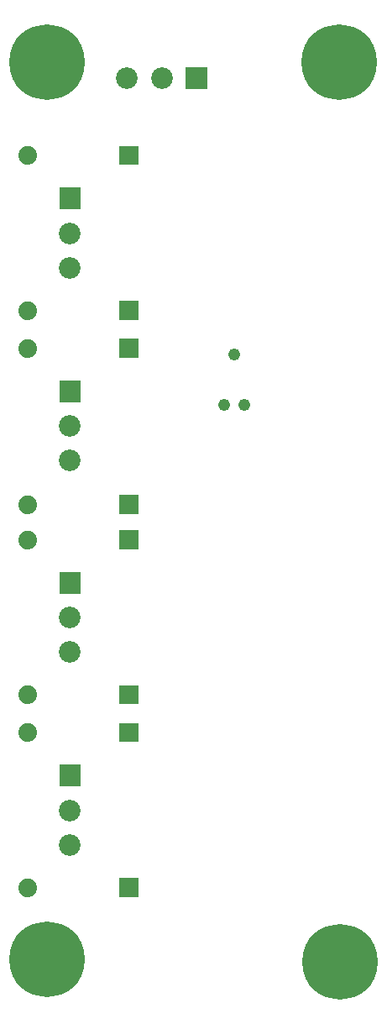
<source format=gbr>
G04 start of page 8 for group -4062 idx -4062 *
G04 Title: (unknown), soldermask *
G04 Creator: pcb 4.0.2 *
G04 CreationDate: Thu Feb 20 20:43:15 2020 UTC *
G04 For: ndholmes *
G04 Format: Gerber/RS-274X *
G04 PCB-Dimensions (mil): 1500.00 3900.00 *
G04 PCB-Coordinate-Origin: lower left *
%MOIN*%
%FSLAX25Y25*%
%LNBOTTOMMASK*%
%ADD55C,0.0490*%
%ADD54C,0.0740*%
%ADD53C,0.0860*%
%ADD52C,0.0001*%
%ADD51C,0.2997*%
G54D51*X133000Y373000D03*
X17000D03*
G54D52*G36*
X72027Y370855D02*Y362255D01*
X80627D01*
Y370855D01*
X72027D01*
G37*
G54D53*X62547Y366555D03*
X48768D03*
G54D51*X133500Y16000D03*
X17000Y17000D03*
G54D52*G36*
X45800Y49200D02*Y41800D01*
X53200D01*
Y49200D01*
X45800D01*
G37*
G54D54*X9500Y45500D03*
G54D52*G36*
X21873Y94245D02*Y85645D01*
X30473D01*
Y94245D01*
X21873D01*
G37*
G54D53*X26173Y76165D03*
Y62386D03*
G54D52*G36*
X45800Y339700D02*Y332300D01*
X53200D01*
Y339700D01*
X45800D01*
G37*
G54D54*X9500Y336000D03*
G54D52*G36*
X21873Y323245D02*Y314645D01*
X30473D01*
Y323245D01*
X21873D01*
G37*
G36*
X45800Y278200D02*Y270800D01*
X53200D01*
Y278200D01*
X45800D01*
G37*
G54D54*X9500Y274500D03*
G54D53*X26173Y305165D03*
Y291386D03*
G54D52*G36*
X45800Y263200D02*Y255800D01*
X53200D01*
Y263200D01*
X45800D01*
G37*
G54D54*X9500Y259500D03*
G54D52*G36*
X21873Y246745D02*Y238145D01*
X30473D01*
Y246745D01*
X21873D01*
G37*
G54D55*X91500Y257000D03*
X95500Y237000D03*
X87500D03*
G54D53*X26173Y214886D03*
G54D52*G36*
X21873Y170745D02*Y162145D01*
X30473D01*
Y170745D01*
X21873D01*
G37*
G54D53*X26173Y152665D03*
Y138886D03*
Y228665D03*
G54D52*G36*
X45800Y201200D02*Y193800D01*
X53200D01*
Y201200D01*
X45800D01*
G37*
G54D54*X9500Y197500D03*
G54D52*G36*
X45800Y187200D02*Y179800D01*
X53200D01*
Y187200D01*
X45800D01*
G37*
G54D54*X9500Y183500D03*
G54D52*G36*
X45800Y125700D02*Y118300D01*
X53200D01*
Y125700D01*
X45800D01*
G37*
G54D54*X9500Y122000D03*
G54D52*G36*
X45800Y110700D02*Y103300D01*
X53200D01*
Y110700D01*
X45800D01*
G37*
G54D54*X9500Y107000D03*
M02*

</source>
